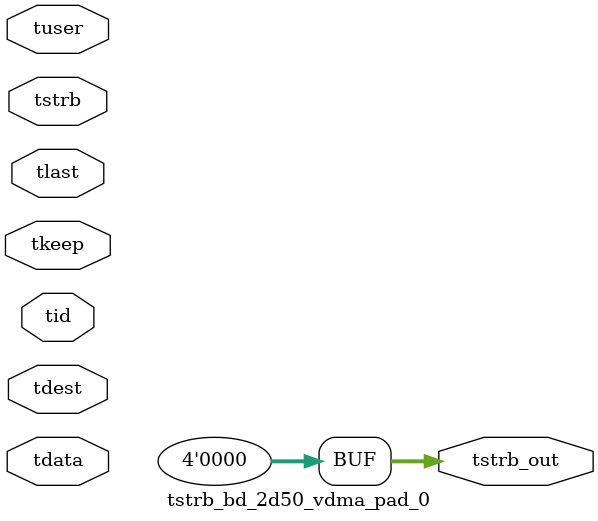
<source format=v>


`timescale 1ps/1ps

module tstrb_bd_2d50_vdma_pad_0 #
(
parameter C_S_AXIS_TDATA_WIDTH = 32,
parameter C_S_AXIS_TUSER_WIDTH = 0,
parameter C_S_AXIS_TID_WIDTH   = 0,
parameter C_S_AXIS_TDEST_WIDTH = 0,
parameter C_M_AXIS_TDATA_WIDTH = 32
)
(
input  [(C_S_AXIS_TDATA_WIDTH == 0 ? 1 : C_S_AXIS_TDATA_WIDTH)-1:0     ] tdata,
input  [(C_S_AXIS_TUSER_WIDTH == 0 ? 1 : C_S_AXIS_TUSER_WIDTH)-1:0     ] tuser,
input  [(C_S_AXIS_TID_WIDTH   == 0 ? 1 : C_S_AXIS_TID_WIDTH)-1:0       ] tid,
input  [(C_S_AXIS_TDEST_WIDTH == 0 ? 1 : C_S_AXIS_TDEST_WIDTH)-1:0     ] tdest,
input  [(C_S_AXIS_TDATA_WIDTH/8)-1:0 ] tkeep,
input  [(C_S_AXIS_TDATA_WIDTH/8)-1:0 ] tstrb,
input                                                                    tlast,
output [(C_M_AXIS_TDATA_WIDTH/8)-1:0 ] tstrb_out
);

assign tstrb_out = {1'b0};

endmodule


</source>
